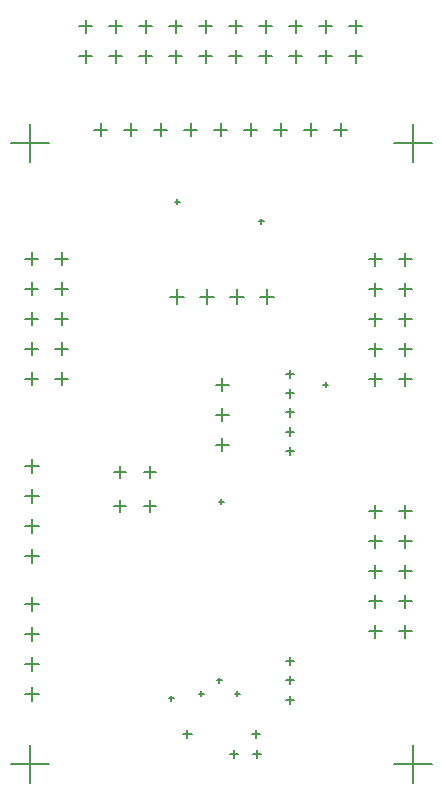
<source format=gbr>
G04*
G04 #@! TF.GenerationSoftware,Altium Limited,Altium Designer,24.2.2 (26)*
G04*
G04 Layer_Color=128*
%FSLAX44Y44*%
%MOMM*%
G71*
G04*
G04 #@! TF.SameCoordinates,A69A520D-3C44-4C1A-B5D4-BA9765A151AF*
G04*
G04*
G04 #@! TF.FilePolarity,Positive*
G04*
G01*
G75*
%ADD67C,0.1270*%
D67*
X33870Y466090D02*
X44870D01*
X39370Y460590D02*
Y471590D01*
X59270Y466090D02*
X70270D01*
X64770Y460590D02*
Y471590D01*
X33870Y440690D02*
X44870D01*
X39370Y435190D02*
Y446190D01*
X59270Y440690D02*
X70270D01*
X64770Y435190D02*
Y446190D01*
X33870Y415290D02*
X44870D01*
X39370Y409790D02*
Y420790D01*
X59270Y415290D02*
X70270D01*
X64770Y409790D02*
Y420790D01*
X33870Y389890D02*
X44870D01*
X39370Y384390D02*
Y395390D01*
X59270Y389890D02*
X70270D01*
X64770Y384390D02*
Y395390D01*
X33870Y364490D02*
X44870D01*
X39370Y358990D02*
Y369990D01*
X59270Y364490D02*
X70270D01*
X64770Y358990D02*
Y369990D01*
X350100Y150730D02*
X361100D01*
X355600Y145230D02*
Y156230D01*
X324700Y150730D02*
X335700D01*
X330200Y145230D02*
Y156230D01*
X350100Y176130D02*
X361100D01*
X355600Y170630D02*
Y181630D01*
X324700Y176130D02*
X335700D01*
X330200Y170630D02*
Y181630D01*
X350100Y201530D02*
X361100D01*
X355600Y196030D02*
Y207030D01*
X324700Y201530D02*
X335700D01*
X330200Y196030D02*
Y207030D01*
X350100Y226930D02*
X361100D01*
X355600Y221430D02*
Y232430D01*
X324700Y226930D02*
X335700D01*
X330200Y221430D02*
Y232430D01*
X350100Y252330D02*
X361100D01*
X355600Y246830D02*
Y257830D01*
X324700Y252330D02*
X335700D01*
X330200Y246830D02*
Y257830D01*
X195160Y359410D02*
X206160D01*
X200660Y353910D02*
Y364910D01*
X195160Y334010D02*
X206160D01*
X200660Y328510D02*
Y339510D01*
X195160Y308610D02*
X206160D01*
X200660Y303110D02*
Y314110D01*
X109300Y256540D02*
X119300D01*
X114300Y251540D02*
Y261540D01*
X134700Y256540D02*
X144700D01*
X139700Y251540D02*
Y261540D01*
X33370Y148590D02*
X45370D01*
X39370Y142590D02*
Y154590D01*
X33370Y97790D02*
X45370D01*
X39370Y91790D02*
Y103790D01*
X33370Y173990D02*
X45370D01*
X39370Y167990D02*
Y179990D01*
X33370Y123190D02*
X45370D01*
X39370Y117190D02*
Y129190D01*
X33370Y265430D02*
X45370D01*
X39370Y259430D02*
Y271430D01*
X33370Y214630D02*
X45370D01*
X39370Y208630D02*
Y220630D01*
X33370Y290830D02*
X45370D01*
X39370Y284830D02*
Y296830D01*
X33370Y240030D02*
X45370D01*
X39370Y234030D02*
Y246030D01*
X350100Y364090D02*
X361100D01*
X355600Y358590D02*
Y369590D01*
X324700Y364090D02*
X335700D01*
X330200Y358590D02*
Y369590D01*
X350100Y389490D02*
X361100D01*
X355600Y383990D02*
Y394990D01*
X324700Y389490D02*
X335700D01*
X330200Y383990D02*
Y394990D01*
X350100Y414890D02*
X361100D01*
X355600Y409390D02*
Y420390D01*
X324700Y414890D02*
X335700D01*
X330200Y409390D02*
Y420390D01*
X350100Y440290D02*
X361100D01*
X355600Y434790D02*
Y445790D01*
X324700Y440290D02*
X335700D01*
X330200Y434790D02*
Y445790D01*
X350100Y465690D02*
X361100D01*
X355600Y460190D02*
Y471190D01*
X324700Y465690D02*
X335700D01*
X330200Y460190D02*
Y471190D01*
X117690Y575310D02*
X128690D01*
X123190Y569810D02*
Y580810D01*
X92290Y575310D02*
X103290D01*
X97790Y569810D02*
Y580810D01*
X143090Y575310D02*
X154090D01*
X148590Y569810D02*
Y580810D01*
X168490Y575310D02*
X179490D01*
X173990Y569810D02*
Y580810D01*
X193890Y575310D02*
X204890D01*
X199390Y569810D02*
Y580810D01*
X219290Y575310D02*
X230290D01*
X224790Y569810D02*
Y580810D01*
X244690Y575310D02*
X255690D01*
X250190Y569810D02*
Y580810D01*
X270090Y575310D02*
X281090D01*
X275590Y569810D02*
Y580810D01*
X295490Y575310D02*
X306490D01*
X300990Y569810D02*
Y580810D01*
X345950Y563880D02*
X377950D01*
X361950Y547880D02*
Y579880D01*
X345950Y38100D02*
X377950D01*
X361950Y22100D02*
Y54100D01*
X231990Y662940D02*
X242990D01*
X237490Y657440D02*
Y668440D01*
X231990Y637540D02*
X242990D01*
X237490Y632040D02*
Y643040D01*
X206590Y662940D02*
X217590D01*
X212090Y657440D02*
Y668440D01*
X181190Y662940D02*
X192190D01*
X186690Y657440D02*
Y668440D01*
X206590Y637540D02*
X217590D01*
X212090Y632040D02*
Y643040D01*
X181190Y637540D02*
X192190D01*
X186690Y632040D02*
Y643040D01*
X155790Y662940D02*
X166790D01*
X161290Y657440D02*
Y668440D01*
X155790Y637540D02*
X166790D01*
X161290Y632040D02*
Y643040D01*
X130390Y662940D02*
X141390D01*
X135890Y657440D02*
Y668440D01*
X130390Y637540D02*
X141390D01*
X135890Y632040D02*
Y643040D01*
X104990Y662940D02*
X115990D01*
X110490Y657440D02*
Y668440D01*
X104990Y637540D02*
X115990D01*
X110490Y632040D02*
Y643040D01*
X79590Y662940D02*
X90590D01*
X85090Y657440D02*
Y668440D01*
X79590Y637540D02*
X90590D01*
X85090Y632040D02*
Y643040D01*
X257390Y637540D02*
X268390D01*
X262890Y632040D02*
Y643040D01*
X282790Y637540D02*
X293790D01*
X288290Y632040D02*
Y643040D01*
X308190Y637540D02*
X319190D01*
X313690Y632040D02*
Y643040D01*
X257390Y662940D02*
X268390D01*
X262890Y657440D02*
Y668440D01*
X282790Y662940D02*
X293790D01*
X288290Y657440D02*
Y668440D01*
X308190Y662940D02*
X319190D01*
X313690Y657440D02*
Y668440D01*
X22100Y563880D02*
X54100D01*
X38100Y547880D02*
Y579880D01*
X22100Y38100D02*
X54100D01*
X38100Y22100D02*
Y54100D01*
X181960Y434068D02*
X193960D01*
X187960Y428068D02*
Y440068D01*
X232760Y434068D02*
X244760D01*
X238760Y428068D02*
Y440068D01*
X156560Y434068D02*
X168560D01*
X162560Y428068D02*
Y440068D01*
X207360Y434068D02*
X219360D01*
X213360Y428068D02*
Y440068D01*
X167752Y63476D02*
X174752D01*
X171252Y59976D02*
Y66976D01*
X225552Y63476D02*
X232552D01*
X229052Y59976D02*
Y66976D01*
X134700Y285750D02*
X144700D01*
X139700Y280750D02*
Y290750D01*
X109300Y285750D02*
X119300D01*
X114300Y280750D02*
Y290750D01*
X254254Y303530D02*
X261366D01*
X257810Y299974D02*
Y307086D01*
X254254Y368300D02*
X261366D01*
X257810Y364744D02*
Y371856D01*
X254254Y352108D02*
X261366D01*
X257810Y348551D02*
Y355663D01*
X286290Y359410D02*
X290290D01*
X288290Y357410D02*
Y361410D01*
X231680Y497840D02*
X235680D01*
X233680Y495840D02*
Y499840D01*
X160560Y514350D02*
X164560D01*
X162560Y512350D02*
Y516350D01*
X254254Y335915D02*
X261366D01*
X257810Y332359D02*
Y339471D01*
X254254Y319722D02*
X261366D01*
X257810Y316166D02*
Y323279D01*
X198000Y260350D02*
X202000D01*
X200000Y258350D02*
Y262350D01*
X254254Y92710D02*
X261366D01*
X257810Y89154D02*
Y96266D01*
X254254Y109220D02*
X261366D01*
X257810Y105664D02*
Y112776D01*
X254254Y125730D02*
X261366D01*
X257810Y122174D02*
Y129286D01*
X196120Y109220D02*
X200120D01*
X198120Y107220D02*
Y111220D01*
X207264Y46990D02*
X214376D01*
X210820Y43434D02*
Y50546D01*
X226314Y46990D02*
X233426D01*
X229870Y43434D02*
Y50546D01*
X211360Y97790D02*
X215360D01*
X213360Y95790D02*
Y99790D01*
X180880Y97790D02*
X184880D01*
X182880Y95790D02*
Y99790D01*
X155480Y93980D02*
X159480D01*
X157480Y91980D02*
Y95980D01*
M02*

</source>
